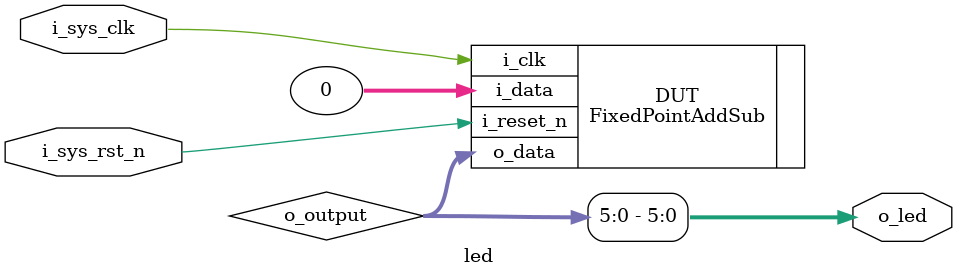
<source format=v>
module led (
    input   wire            i_sys_clk,          // clk input
    input   wire            i_sys_rst_n,        // reset input
    output  wire     [5:0]   o_led    // 6 LEDS pin
);

// module FixedPointAddSub(
//     input   wire    [0:0]   i_clk,
//     input   wire    [0:0]   i_reset_n,
//     input   wire    [7:0]   i_data,
//     output  reg     [7:0]   o_data
// );
wire [7:0] o_output;
FixedPointAddSub DUT(
    .i_clk(i_sys_clk),
    .i_reset_n(i_sys_rst_n),
    .i_data('h00),  // Example input data, modify as needed
    .o_data(o_output)   // Connect output to LED pins
);
assign o_led = o_output[5:0]; // Assign the first 6 bits to the LED output    

endmodule

</source>
